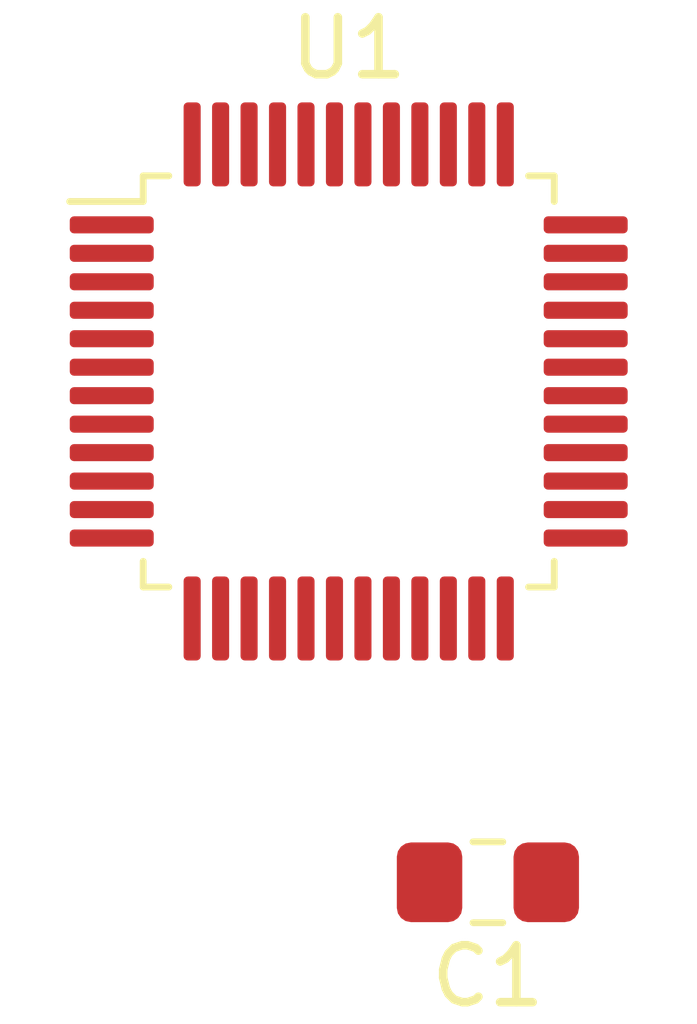
<source format=kicad_pcb>
(kicad_pcb (version 20171130) (host pcbnew 5.1.5-1.fc31)

  (general
    (thickness 1.6)
    (drawings 0)
    (tracks 0)
    (zones 0)
    (modules 2)
    (nets 45)
  )

  (page A4)
  (layers
    (0 F.Cu signal)
    (31 B.Cu signal)
    (32 B.Adhes user)
    (33 F.Adhes user)
    (34 B.Paste user)
    (35 F.Paste user)
    (36 B.SilkS user)
    (37 F.SilkS user)
    (38 B.Mask user)
    (39 F.Mask user)
    (40 Dwgs.User user)
    (41 Cmts.User user)
    (42 Eco1.User user)
    (43 Eco2.User user)
    (44 Edge.Cuts user)
    (45 Margin user)
    (46 B.CrtYd user)
    (47 F.CrtYd user)
    (48 B.Fab user)
    (49 F.Fab user)
  )

  (setup
    (last_trace_width 0.25)
    (trace_clearance 0.2)
    (zone_clearance 0.508)
    (zone_45_only no)
    (trace_min 0.2)
    (via_size 0.8)
    (via_drill 0.4)
    (via_min_size 0.4)
    (via_min_drill 0.3)
    (uvia_size 0.3)
    (uvia_drill 0.1)
    (uvias_allowed no)
    (uvia_min_size 0.2)
    (uvia_min_drill 0.1)
    (edge_width 0.05)
    (segment_width 0.2)
    (pcb_text_width 0.3)
    (pcb_text_size 1.5 1.5)
    (mod_edge_width 0.12)
    (mod_text_size 1 1)
    (mod_text_width 0.15)
    (pad_size 1.524 1.524)
    (pad_drill 0.762)
    (pad_to_mask_clearance 0.051)
    (solder_mask_min_width 0.25)
    (aux_axis_origin 0 0)
    (visible_elements FFFFFF7F)
    (pcbplotparams
      (layerselection 0x010fc_ffffffff)
      (usegerberextensions false)
      (usegerberattributes false)
      (usegerberadvancedattributes false)
      (creategerberjobfile false)
      (excludeedgelayer true)
      (linewidth 0.100000)
      (plotframeref false)
      (viasonmask false)
      (mode 1)
      (useauxorigin false)
      (hpglpennumber 1)
      (hpglpenspeed 20)
      (hpglpendiameter 15.000000)
      (psnegative false)
      (psa4output false)
      (plotreference true)
      (plotvalue true)
      (plotinvisibletext false)
      (padsonsilk false)
      (subtractmaskfromsilk false)
      (outputformat 1)
      (mirror false)
      (drillshape 1)
      (scaleselection 1)
      (outputdirectory ""))
  )

  (net 0 "")
  (net 1 GND)
  (net 2 /CAP/VDD)
  (net 3 "Net-(U1-Pad46)")
  (net 4 "Net-(U1-Pad45)")
  (net 5 "Net-(U1-Pad44)")
  (net 6 "Net-(U1-Pad43)")
  (net 7 "Net-(U1-Pad42)")
  (net 8 "Net-(U1-Pad41)")
  (net 9 "Net-(U1-Pad40)")
  (net 10 "Net-(U1-Pad39)")
  (net 11 "Net-(U1-Pad38)")
  (net 12 "Net-(U1-Pad37)")
  (net 13 "Net-(U1-Pad36)")
  (net 14 "Net-(U1-Pad35)")
  (net 15 "Net-(U1-Pad34)")
  (net 16 "Net-(U1-Pad33)")
  (net 17 "Net-(U1-Pad32)")
  (net 18 "Net-(U1-Pad31)")
  (net 19 "Net-(U1-Pad30)")
  (net 20 "Net-(U1-Pad29)")
  (net 21 "Net-(U1-Pad28)")
  (net 22 "Net-(U1-Pad27)")
  (net 23 "Net-(U1-Pad26)")
  (net 24 "Net-(U1-Pad25)")
  (net 25 "Net-(U1-Pad22)")
  (net 26 "Net-(U1-Pad21)")
  (net 27 "Net-(U1-Pad20)")
  (net 28 "Net-(U1-Pad19)")
  (net 29 "Net-(U1-Pad18)")
  (net 30 "Net-(U1-Pad17)")
  (net 31 "Net-(U1-Pad16)")
  (net 32 "Net-(U1-Pad15)")
  (net 33 "Net-(U1-Pad14)")
  (net 34 "Net-(U1-Pad13)")
  (net 35 "Net-(U1-Pad12)")
  (net 36 "Net-(U1-Pad11)")
  (net 37 /power/PA0)
  (net 38 "Net-(U1-Pad8)")
  (net 39 "Net-(U1-Pad7)")
  (net 40 "Net-(U1-Pad6)")
  (net 41 "Net-(U1-Pad5)")
  (net 42 "Net-(U1-Pad4)")
  (net 43 "Net-(U1-Pad3)")
  (net 44 "Net-(U1-Pad2)")

  (net_class Default "This is the default net class."
    (clearance 0.2)
    (trace_width 0.25)
    (via_dia 0.8)
    (via_drill 0.4)
    (uvia_dia 0.3)
    (uvia_drill 0.1)
    (add_net /CAP/VDD)
    (add_net /power/PA0)
    (add_net GND)
    (add_net "Net-(U1-Pad11)")
    (add_net "Net-(U1-Pad12)")
    (add_net "Net-(U1-Pad13)")
    (add_net "Net-(U1-Pad14)")
    (add_net "Net-(U1-Pad15)")
    (add_net "Net-(U1-Pad16)")
    (add_net "Net-(U1-Pad17)")
    (add_net "Net-(U1-Pad18)")
    (add_net "Net-(U1-Pad19)")
    (add_net "Net-(U1-Pad2)")
    (add_net "Net-(U1-Pad20)")
    (add_net "Net-(U1-Pad21)")
    (add_net "Net-(U1-Pad22)")
    (add_net "Net-(U1-Pad25)")
    (add_net "Net-(U1-Pad26)")
    (add_net "Net-(U1-Pad27)")
    (add_net "Net-(U1-Pad28)")
    (add_net "Net-(U1-Pad29)")
    (add_net "Net-(U1-Pad3)")
    (add_net "Net-(U1-Pad30)")
    (add_net "Net-(U1-Pad31)")
    (add_net "Net-(U1-Pad32)")
    (add_net "Net-(U1-Pad33)")
    (add_net "Net-(U1-Pad34)")
    (add_net "Net-(U1-Pad35)")
    (add_net "Net-(U1-Pad36)")
    (add_net "Net-(U1-Pad37)")
    (add_net "Net-(U1-Pad38)")
    (add_net "Net-(U1-Pad39)")
    (add_net "Net-(U1-Pad4)")
    (add_net "Net-(U1-Pad40)")
    (add_net "Net-(U1-Pad41)")
    (add_net "Net-(U1-Pad42)")
    (add_net "Net-(U1-Pad43)")
    (add_net "Net-(U1-Pad44)")
    (add_net "Net-(U1-Pad45)")
    (add_net "Net-(U1-Pad46)")
    (add_net "Net-(U1-Pad5)")
    (add_net "Net-(U1-Pad6)")
    (add_net "Net-(U1-Pad7)")
    (add_net "Net-(U1-Pad8)")
  )

  (module Package_QFP:LQFP-48_7x7mm_P0.5mm (layer F.Cu) (tedit 5D9F72AF) (tstamp 5E94830E)
    (at 148.685001 105.505001)
    (descr "LQFP, 48 Pin (https://www.analog.com/media/en/technical-documentation/data-sheets/ltc2358-16.pdf), generated with kicad-footprint-generator ipc_gullwing_generator.py")
    (tags "LQFP QFP")
    (path /5E947D6F/5E94827F)
    (attr smd)
    (fp_text reference U1 (at 0 -5.85) (layer F.SilkS)
      (effects (font (size 1 1) (thickness 0.15)))
    )
    (fp_text value STM32F030C6Tx (at 0 5.85) (layer F.Fab)
      (effects (font (size 1 1) (thickness 0.15)))
    )
    (fp_text user %R (at 0 0) (layer F.Fab)
      (effects (font (size 1 1) (thickness 0.15)))
    )
    (fp_line (start 5.15 3.15) (end 5.15 0) (layer F.CrtYd) (width 0.05))
    (fp_line (start 3.75 3.15) (end 5.15 3.15) (layer F.CrtYd) (width 0.05))
    (fp_line (start 3.75 3.75) (end 3.75 3.15) (layer F.CrtYd) (width 0.05))
    (fp_line (start 3.15 3.75) (end 3.75 3.75) (layer F.CrtYd) (width 0.05))
    (fp_line (start 3.15 5.15) (end 3.15 3.75) (layer F.CrtYd) (width 0.05))
    (fp_line (start 0 5.15) (end 3.15 5.15) (layer F.CrtYd) (width 0.05))
    (fp_line (start -5.15 3.15) (end -5.15 0) (layer F.CrtYd) (width 0.05))
    (fp_line (start -3.75 3.15) (end -5.15 3.15) (layer F.CrtYd) (width 0.05))
    (fp_line (start -3.75 3.75) (end -3.75 3.15) (layer F.CrtYd) (width 0.05))
    (fp_line (start -3.15 3.75) (end -3.75 3.75) (layer F.CrtYd) (width 0.05))
    (fp_line (start -3.15 5.15) (end -3.15 3.75) (layer F.CrtYd) (width 0.05))
    (fp_line (start 0 5.15) (end -3.15 5.15) (layer F.CrtYd) (width 0.05))
    (fp_line (start 5.15 -3.15) (end 5.15 0) (layer F.CrtYd) (width 0.05))
    (fp_line (start 3.75 -3.15) (end 5.15 -3.15) (layer F.CrtYd) (width 0.05))
    (fp_line (start 3.75 -3.75) (end 3.75 -3.15) (layer F.CrtYd) (width 0.05))
    (fp_line (start 3.15 -3.75) (end 3.75 -3.75) (layer F.CrtYd) (width 0.05))
    (fp_line (start 3.15 -5.15) (end 3.15 -3.75) (layer F.CrtYd) (width 0.05))
    (fp_line (start 0 -5.15) (end 3.15 -5.15) (layer F.CrtYd) (width 0.05))
    (fp_line (start -5.15 -3.15) (end -5.15 0) (layer F.CrtYd) (width 0.05))
    (fp_line (start -3.75 -3.15) (end -5.15 -3.15) (layer F.CrtYd) (width 0.05))
    (fp_line (start -3.75 -3.75) (end -3.75 -3.15) (layer F.CrtYd) (width 0.05))
    (fp_line (start -3.15 -3.75) (end -3.75 -3.75) (layer F.CrtYd) (width 0.05))
    (fp_line (start -3.15 -5.15) (end -3.15 -3.75) (layer F.CrtYd) (width 0.05))
    (fp_line (start 0 -5.15) (end -3.15 -5.15) (layer F.CrtYd) (width 0.05))
    (fp_line (start -3.5 -2.5) (end -2.5 -3.5) (layer F.Fab) (width 0.1))
    (fp_line (start -3.5 3.5) (end -3.5 -2.5) (layer F.Fab) (width 0.1))
    (fp_line (start 3.5 3.5) (end -3.5 3.5) (layer F.Fab) (width 0.1))
    (fp_line (start 3.5 -3.5) (end 3.5 3.5) (layer F.Fab) (width 0.1))
    (fp_line (start -2.5 -3.5) (end 3.5 -3.5) (layer F.Fab) (width 0.1))
    (fp_line (start -3.61 -3.16) (end -4.9 -3.16) (layer F.SilkS) (width 0.12))
    (fp_line (start -3.61 -3.61) (end -3.61 -3.16) (layer F.SilkS) (width 0.12))
    (fp_line (start -3.16 -3.61) (end -3.61 -3.61) (layer F.SilkS) (width 0.12))
    (fp_line (start 3.61 -3.61) (end 3.61 -3.16) (layer F.SilkS) (width 0.12))
    (fp_line (start 3.16 -3.61) (end 3.61 -3.61) (layer F.SilkS) (width 0.12))
    (fp_line (start -3.61 3.61) (end -3.61 3.16) (layer F.SilkS) (width 0.12))
    (fp_line (start -3.16 3.61) (end -3.61 3.61) (layer F.SilkS) (width 0.12))
    (fp_line (start 3.61 3.61) (end 3.61 3.16) (layer F.SilkS) (width 0.12))
    (fp_line (start 3.16 3.61) (end 3.61 3.61) (layer F.SilkS) (width 0.12))
    (pad 48 smd roundrect (at -2.75 -4.1625) (size 0.3 1.475) (layers F.Cu F.Paste F.Mask) (roundrect_rratio 0.25)
      (net 2 /CAP/VDD))
    (pad 47 smd roundrect (at -2.25 -4.1625) (size 0.3 1.475) (layers F.Cu F.Paste F.Mask) (roundrect_rratio 0.25)
      (net 1 GND))
    (pad 46 smd roundrect (at -1.75 -4.1625) (size 0.3 1.475) (layers F.Cu F.Paste F.Mask) (roundrect_rratio 0.25)
      (net 3 "Net-(U1-Pad46)"))
    (pad 45 smd roundrect (at -1.25 -4.1625) (size 0.3 1.475) (layers F.Cu F.Paste F.Mask) (roundrect_rratio 0.25)
      (net 4 "Net-(U1-Pad45)"))
    (pad 44 smd roundrect (at -0.75 -4.1625) (size 0.3 1.475) (layers F.Cu F.Paste F.Mask) (roundrect_rratio 0.25)
      (net 5 "Net-(U1-Pad44)"))
    (pad 43 smd roundrect (at -0.25 -4.1625) (size 0.3 1.475) (layers F.Cu F.Paste F.Mask) (roundrect_rratio 0.25)
      (net 6 "Net-(U1-Pad43)"))
    (pad 42 smd roundrect (at 0.25 -4.1625) (size 0.3 1.475) (layers F.Cu F.Paste F.Mask) (roundrect_rratio 0.25)
      (net 7 "Net-(U1-Pad42)"))
    (pad 41 smd roundrect (at 0.75 -4.1625) (size 0.3 1.475) (layers F.Cu F.Paste F.Mask) (roundrect_rratio 0.25)
      (net 8 "Net-(U1-Pad41)"))
    (pad 40 smd roundrect (at 1.25 -4.1625) (size 0.3 1.475) (layers F.Cu F.Paste F.Mask) (roundrect_rratio 0.25)
      (net 9 "Net-(U1-Pad40)"))
    (pad 39 smd roundrect (at 1.75 -4.1625) (size 0.3 1.475) (layers F.Cu F.Paste F.Mask) (roundrect_rratio 0.25)
      (net 10 "Net-(U1-Pad39)"))
    (pad 38 smd roundrect (at 2.25 -4.1625) (size 0.3 1.475) (layers F.Cu F.Paste F.Mask) (roundrect_rratio 0.25)
      (net 11 "Net-(U1-Pad38)"))
    (pad 37 smd roundrect (at 2.75 -4.1625) (size 0.3 1.475) (layers F.Cu F.Paste F.Mask) (roundrect_rratio 0.25)
      (net 12 "Net-(U1-Pad37)"))
    (pad 36 smd roundrect (at 4.1625 -2.75) (size 1.475 0.3) (layers F.Cu F.Paste F.Mask) (roundrect_rratio 0.25)
      (net 13 "Net-(U1-Pad36)"))
    (pad 35 smd roundrect (at 4.1625 -2.25) (size 1.475 0.3) (layers F.Cu F.Paste F.Mask) (roundrect_rratio 0.25)
      (net 14 "Net-(U1-Pad35)"))
    (pad 34 smd roundrect (at 4.1625 -1.75) (size 1.475 0.3) (layers F.Cu F.Paste F.Mask) (roundrect_rratio 0.25)
      (net 15 "Net-(U1-Pad34)"))
    (pad 33 smd roundrect (at 4.1625 -1.25) (size 1.475 0.3) (layers F.Cu F.Paste F.Mask) (roundrect_rratio 0.25)
      (net 16 "Net-(U1-Pad33)"))
    (pad 32 smd roundrect (at 4.1625 -0.75) (size 1.475 0.3) (layers F.Cu F.Paste F.Mask) (roundrect_rratio 0.25)
      (net 17 "Net-(U1-Pad32)"))
    (pad 31 smd roundrect (at 4.1625 -0.25) (size 1.475 0.3) (layers F.Cu F.Paste F.Mask) (roundrect_rratio 0.25)
      (net 18 "Net-(U1-Pad31)"))
    (pad 30 smd roundrect (at 4.1625 0.25) (size 1.475 0.3) (layers F.Cu F.Paste F.Mask) (roundrect_rratio 0.25)
      (net 19 "Net-(U1-Pad30)"))
    (pad 29 smd roundrect (at 4.1625 0.75) (size 1.475 0.3) (layers F.Cu F.Paste F.Mask) (roundrect_rratio 0.25)
      (net 20 "Net-(U1-Pad29)"))
    (pad 28 smd roundrect (at 4.1625 1.25) (size 1.475 0.3) (layers F.Cu F.Paste F.Mask) (roundrect_rratio 0.25)
      (net 21 "Net-(U1-Pad28)"))
    (pad 27 smd roundrect (at 4.1625 1.75) (size 1.475 0.3) (layers F.Cu F.Paste F.Mask) (roundrect_rratio 0.25)
      (net 22 "Net-(U1-Pad27)"))
    (pad 26 smd roundrect (at 4.1625 2.25) (size 1.475 0.3) (layers F.Cu F.Paste F.Mask) (roundrect_rratio 0.25)
      (net 23 "Net-(U1-Pad26)"))
    (pad 25 smd roundrect (at 4.1625 2.75) (size 1.475 0.3) (layers F.Cu F.Paste F.Mask) (roundrect_rratio 0.25)
      (net 24 "Net-(U1-Pad25)"))
    (pad 24 smd roundrect (at 2.75 4.1625) (size 0.3 1.475) (layers F.Cu F.Paste F.Mask) (roundrect_rratio 0.25)
      (net 2 /CAP/VDD))
    (pad 23 smd roundrect (at 2.25 4.1625) (size 0.3 1.475) (layers F.Cu F.Paste F.Mask) (roundrect_rratio 0.25)
      (net 1 GND))
    (pad 22 smd roundrect (at 1.75 4.1625) (size 0.3 1.475) (layers F.Cu F.Paste F.Mask) (roundrect_rratio 0.25)
      (net 25 "Net-(U1-Pad22)"))
    (pad 21 smd roundrect (at 1.25 4.1625) (size 0.3 1.475) (layers F.Cu F.Paste F.Mask) (roundrect_rratio 0.25)
      (net 26 "Net-(U1-Pad21)"))
    (pad 20 smd roundrect (at 0.75 4.1625) (size 0.3 1.475) (layers F.Cu F.Paste F.Mask) (roundrect_rratio 0.25)
      (net 27 "Net-(U1-Pad20)"))
    (pad 19 smd roundrect (at 0.25 4.1625) (size 0.3 1.475) (layers F.Cu F.Paste F.Mask) (roundrect_rratio 0.25)
      (net 28 "Net-(U1-Pad19)"))
    (pad 18 smd roundrect (at -0.25 4.1625) (size 0.3 1.475) (layers F.Cu F.Paste F.Mask) (roundrect_rratio 0.25)
      (net 29 "Net-(U1-Pad18)"))
    (pad 17 smd roundrect (at -0.75 4.1625) (size 0.3 1.475) (layers F.Cu F.Paste F.Mask) (roundrect_rratio 0.25)
      (net 30 "Net-(U1-Pad17)"))
    (pad 16 smd roundrect (at -1.25 4.1625) (size 0.3 1.475) (layers F.Cu F.Paste F.Mask) (roundrect_rratio 0.25)
      (net 31 "Net-(U1-Pad16)"))
    (pad 15 smd roundrect (at -1.75 4.1625) (size 0.3 1.475) (layers F.Cu F.Paste F.Mask) (roundrect_rratio 0.25)
      (net 32 "Net-(U1-Pad15)"))
    (pad 14 smd roundrect (at -2.25 4.1625) (size 0.3 1.475) (layers F.Cu F.Paste F.Mask) (roundrect_rratio 0.25)
      (net 33 "Net-(U1-Pad14)"))
    (pad 13 smd roundrect (at -2.75 4.1625) (size 0.3 1.475) (layers F.Cu F.Paste F.Mask) (roundrect_rratio 0.25)
      (net 34 "Net-(U1-Pad13)"))
    (pad 12 smd roundrect (at -4.1625 2.75) (size 1.475 0.3) (layers F.Cu F.Paste F.Mask) (roundrect_rratio 0.25)
      (net 35 "Net-(U1-Pad12)"))
    (pad 11 smd roundrect (at -4.1625 2.25) (size 1.475 0.3) (layers F.Cu F.Paste F.Mask) (roundrect_rratio 0.25)
      (net 36 "Net-(U1-Pad11)"))
    (pad 10 smd roundrect (at -4.1625 1.75) (size 1.475 0.3) (layers F.Cu F.Paste F.Mask) (roundrect_rratio 0.25)
      (net 37 /power/PA0))
    (pad 9 smd roundrect (at -4.1625 1.25) (size 1.475 0.3) (layers F.Cu F.Paste F.Mask) (roundrect_rratio 0.25)
      (net 2 /CAP/VDD))
    (pad 8 smd roundrect (at -4.1625 0.75) (size 1.475 0.3) (layers F.Cu F.Paste F.Mask) (roundrect_rratio 0.25)
      (net 38 "Net-(U1-Pad8)"))
    (pad 7 smd roundrect (at -4.1625 0.25) (size 1.475 0.3) (layers F.Cu F.Paste F.Mask) (roundrect_rratio 0.25)
      (net 39 "Net-(U1-Pad7)"))
    (pad 6 smd roundrect (at -4.1625 -0.25) (size 1.475 0.3) (layers F.Cu F.Paste F.Mask) (roundrect_rratio 0.25)
      (net 40 "Net-(U1-Pad6)"))
    (pad 5 smd roundrect (at -4.1625 -0.75) (size 1.475 0.3) (layers F.Cu F.Paste F.Mask) (roundrect_rratio 0.25)
      (net 41 "Net-(U1-Pad5)"))
    (pad 4 smd roundrect (at -4.1625 -1.25) (size 1.475 0.3) (layers F.Cu F.Paste F.Mask) (roundrect_rratio 0.25)
      (net 42 "Net-(U1-Pad4)"))
    (pad 3 smd roundrect (at -4.1625 -1.75) (size 1.475 0.3) (layers F.Cu F.Paste F.Mask) (roundrect_rratio 0.25)
      (net 43 "Net-(U1-Pad3)"))
    (pad 2 smd roundrect (at -4.1625 -2.25) (size 1.475 0.3) (layers F.Cu F.Paste F.Mask) (roundrect_rratio 0.25)
      (net 44 "Net-(U1-Pad2)"))
    (pad 1 smd roundrect (at -4.1625 -2.75) (size 1.475 0.3) (layers F.Cu F.Paste F.Mask) (roundrect_rratio 0.25)
      (net 2 /CAP/VDD))
    (model ${KISYS3DMOD}/Package_QFP.3dshapes/LQFP-48_7x7mm_P0.5mm.wrl
      (at (xyz 0 0 0))
      (scale (xyz 1 1 1))
      (rotate (xyz 0 0 0))
    )
  )

  (module Capacitor_SMD:C_0805_2012Metric_Pad1.15x1.40mm_HandSolder (layer F.Cu) (tedit 5B36C52B) (tstamp 5E9482B3)
    (at 151.13 114.3 180)
    (descr "Capacitor SMD 0805 (2012 Metric), square (rectangular) end terminal, IPC_7351 nominal with elongated pad for handsoldering. (Body size source: https://docs.google.com/spreadsheets/d/1BsfQQcO9C6DZCsRaXUlFlo91Tg2WpOkGARC1WS5S8t0/edit?usp=sharing), generated with kicad-footprint-generator")
    (tags "capacitor handsolder")
    (path /5E94A0F2/5E94A1F7)
    (attr smd)
    (fp_text reference C1 (at 0 -1.65) (layer F.SilkS)
      (effects (font (size 1 1) (thickness 0.15)))
    )
    (fp_text value C (at 0 1.65) (layer F.Fab)
      (effects (font (size 1 1) (thickness 0.15)))
    )
    (fp_text user %R (at 0 0) (layer F.Fab)
      (effects (font (size 0.5 0.5) (thickness 0.08)))
    )
    (fp_line (start 1.85 0.95) (end -1.85 0.95) (layer F.CrtYd) (width 0.05))
    (fp_line (start 1.85 -0.95) (end 1.85 0.95) (layer F.CrtYd) (width 0.05))
    (fp_line (start -1.85 -0.95) (end 1.85 -0.95) (layer F.CrtYd) (width 0.05))
    (fp_line (start -1.85 0.95) (end -1.85 -0.95) (layer F.CrtYd) (width 0.05))
    (fp_line (start -0.261252 0.71) (end 0.261252 0.71) (layer F.SilkS) (width 0.12))
    (fp_line (start -0.261252 -0.71) (end 0.261252 -0.71) (layer F.SilkS) (width 0.12))
    (fp_line (start 1 0.6) (end -1 0.6) (layer F.Fab) (width 0.1))
    (fp_line (start 1 -0.6) (end 1 0.6) (layer F.Fab) (width 0.1))
    (fp_line (start -1 -0.6) (end 1 -0.6) (layer F.Fab) (width 0.1))
    (fp_line (start -1 0.6) (end -1 -0.6) (layer F.Fab) (width 0.1))
    (pad 2 smd roundrect (at 1.025 0 180) (size 1.15 1.4) (layers F.Cu F.Paste F.Mask) (roundrect_rratio 0.217391)
      (net 1 GND))
    (pad 1 smd roundrect (at -1.025 0 180) (size 1.15 1.4) (layers F.Cu F.Paste F.Mask) (roundrect_rratio 0.217391)
      (net 2 /CAP/VDD))
    (model ${KISYS3DMOD}/Capacitor_SMD.3dshapes/C_0805_2012Metric.wrl
      (at (xyz 0 0 0))
      (scale (xyz 1 1 1))
      (rotate (xyz 0 0 0))
    )
  )

)

</source>
